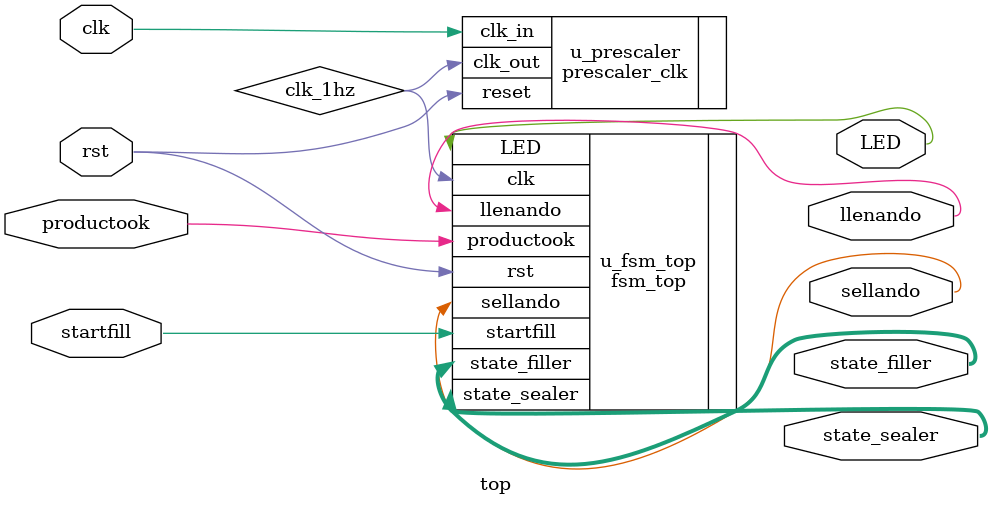
<source format=sv>

module top (
    input  logic clk,              // Entrada de reloj principal de la Basys 3 (100 MHz)
    input  logic rst,              // Botón de reinicio (BTN0)
    input  logic startfill,        // Switch que inicia el llenado (SW0)
    input  logic productook,       // Switch que indica que hay producto listo (SW1)
    output logic llenando,         // Salida: LED encendido durante el llenado (LED0)
    output logic sellando,         // Salida: LED encendido durante el sellado (LED1)
    output logic LED,              // Salida: LED encendido cuando el sellado finaliza (LED2)
    output logic [2:0] state_filler, // Salida: estado actual de la FSM de llenado (LED3 a LED5)
    output logic [2:0] state_sealer  // Salida: estado actual de la FSM de sellado (LED6 a LED8)
);

    // Señal interna para el reloj lento (1 Hz) generado por el prescaler
    logic clk_1hz;

    // -----------------------------------------------------------------------
    // Instancia del módulo prescaler:
    // Divide el reloj de 100 MHz a un reloj de 1 Hz para visualizar
    // fácilmente los cambios de estado en la placa
    // -----------------------------------------------------------------------
    prescaler_clk u_prescaler (
        .clk_in(clk),     // Entrada: reloj de 100 MHz
        .reset(rst),      // Entrada: reset general
        .clk_out(clk_1hz) // Salida: reloj lento de 1 Hz
    );

    // -----------------------------------------------------------------------
    // Instancia del módulo fsm_top:
    // Controla todo el proceso de llenado y sellado usando las FSMs internas.
    // Este módulo ya recibe el reloj lento (1 Hz) generado anteriormente.
    // -----------------------------------------------------------------------
    fsm_top u_fsm_top (
        .clk(clk_1hz),                // Entrada: reloj de 1 Hz
        .rst(rst),                    // Entrada: reset
        .startfill(startfill),       // Entrada: señal para iniciar el llenado
        .productook(productook),     // Entrada: señal de producto listo
        .llenando(llenando),         // Salida: LED de llenado
        .sellando(sellando),         // Salida: LED de sellado
        .LED(LED),                    // Salida: LED de producto sellado
        .state_filler(state_filler), // Salida: estado actual de FSM de llenado
        .state_sealer(state_sealer)  // Salida: estado actual de FSM de sellado
    );

endmodule

</source>
